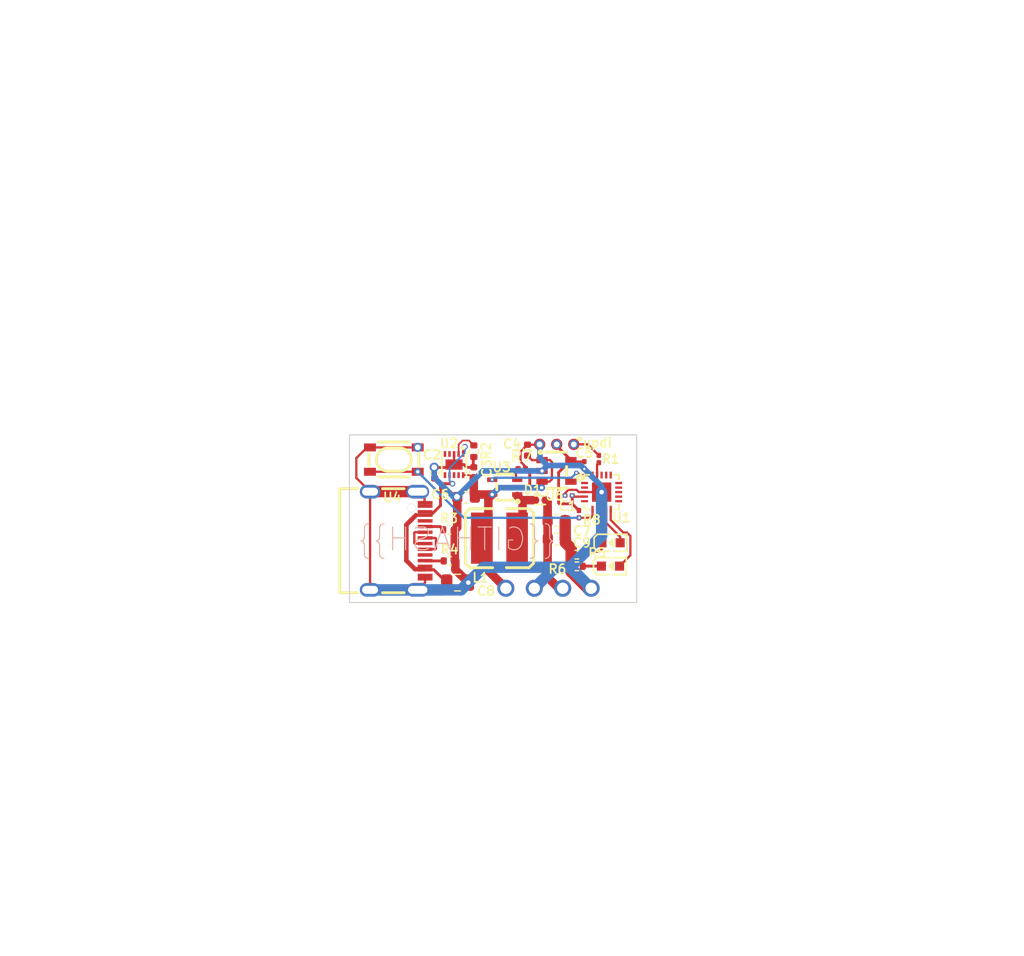
<source format=kicad_pcb>
(kicad_pcb (version 20240108) (generator "pcbnew") (generator_version "8.0")
  (layers (0 "F.Cu" signal) (31 "B.Cu" signal) (34 "B.Paste" user) (35 "F.Paste" user) (36 "B.SilkS" user "B.Silkscreen") (37 "F.SilkS" user "F.Silkscreen") (38 "B.Mask" user) (39 "F.Mask" user) (44 "Edge.Cuts" user))
  (net 0 "")
  (net 1 "nc")
  (net 2 "rsn")
  (net 3 "chg")
  (net 4 "bms.ic-vcc")
  (net 5 "iset")
  (net 6 "preterm")
  (net 7 "vcc-1")
  (net 8 "ts")
  (net 9 "pg")
  (net 10 "dp")
  (net 11 "cc2")
  (net 12 "dm")
  (net 13 "sub1")
  (net 14 "sub2")
  (net 15 "cc1")
  (net 16 "vcc")
  (net 17 "sw")
  (net 18 "fb")
  (net 19 "ctrl")
  (net 20 "pa0_reset_updi")
  (net 21 "updi")
  (net 22 "pc2")
  (net 23 "pa6")
  (net 24 "uc.ic-vcc")
  (net 25 "pc3")
  (net 26 "pb3_tosc1")
  (net 27 "pc0")
  (net 28 "pa2")
  (net 29 "pb1")
  (net 30 "pa4")
  (net 31 "pb2_tsoc2")
  (net 32 "pb0")
  (net 33 "pa7")
  (net 34 "pa3_extclk")
  (net 35 "pc1")
  (net 36 "in")
  (net 37 "charge_led.resistor-cathode")
  (net 38 "full_led.resistor-cathode")
  (net 39 "gnd")
  (net 40 "uc.ic-vcc-2")
  (net 41 "uc.ic-vcc-1")
  (footprint "lib:IND-SMD_L4.5-W4.0" (layer "F.Cu") (at 182.44 120.34)
    (property "Reference" "L1" (at -1.67 3.48 0) (layer "F.SilkS") (effects (font (size 0.8 0.8))))
    (property "Value" "?")
    (fp_line (start -3 -2.2) (end -2.6 -2.6) (stroke (width 0.25)) (layer "F.SilkS"))
    (fp_line (start -3 2.2) (end -3 -2.2) (stroke (width 0.25)) (layer "F.SilkS"))
    (fp_line (start -2.6 -2.6) (end -0.6 -2.6) (stroke (width 0.25)) (layer "F.SilkS"))
    (fp_line (start -2.6 2.6) (end -3 2.2) (stroke (width 0.25)) (layer "F.SilkS"))
    (fp_line (start -0.6 2.6) (end -2.6 2.6) (stroke (width 0.25)) (layer "F.SilkS"))
    (fp_line (start 0.6 -2.6) (end 2.6 -2.6) (stroke (width 0.25)) (layer "F.SilkS"))
    (fp_line (start 2.6 -2.6) (end 3 -2.2) (stroke (width 0.25)) (layer "F.SilkS"))
    (fp_line (start 2.6 2.6) (end 0.6 2.6) (stroke (width 0.25)) (layer "F.SilkS"))
    (fp_line (start 3 -2.2) (end 3 2.2) (stroke (width 0.25)) (layer "F.SilkS"))
    (fp_line (start 3 2.2) (end 2.6 2.6) (stroke (width 0.25)) (layer "F.SilkS"))
    (pad "1" smd rect (at -1.55 0) (size 1.9 4.5) (layers "F.Cu" "F.Paste" "F.Mask") (net 7 "vcc-1"))
    (pad "2" smd rect (at 1.55 0) (size 1.9 4.5) (layers "F.Cu" "F.Paste" "F.Mask") (net 17 "sw"))
  )
  (footprint "lib:USB-C-SMD_KH-TYPE-C-16P" (layer "F.Cu") (at 173.48 120.57 -90)
    (property "Reference" "U4" (at -3.82 0.48 0) (layer "F.SilkS") (effects (font (size 0.8 0.8))))
    (property "Value" "?")
    (fp_line (start -4.58 5.08) (end 4.57 5.08) (stroke (width 0.25)) (layer "F.SilkS"))
    (fp_line (start 4.57 5.08) (end 4.57 3.51) (stroke (width 0.25)) (layer "F.SilkS"))
    (fp_line (start -4.58 3.51) (end -4.58 5.08) (stroke (width 0.25)) (layer "F.SilkS"))
    (fp_line (start 4.57 1.32) (end 4.57 -0.57) (stroke (width 0.25)) (layer "F.SilkS"))
    (fp_line (start -4.58 -0.57) (end -4.58 1.32) (stroke (width 0.25)) (layer "F.SilkS"))
    (pad "" thru_hole circle (at -2.89 -1.23 270) (size 0.7 0.7) (drill 0.7) (layers "*.Cu" "*.Mask"))
    (pad "" thru_hole circle (at -2.89 -1.23 270) (size 0.7 0.7) (drill 0.7) (layers "*.Cu" "*.Mask"))
    (pad "1" thru_hole oval (at -4.32 -1.77 270) (size 1.2 2) (drill oval 0.700024 1.699997) (layers "*.Cu" "*.Mask") (net 39 "gnd"))
    (pad "2" thru_hole oval (at 4.32 -1.77 270) (size 1.2 2) (drill oval 0.700024 1.699997) (layers "*.Cu" "*.Mask") (net 39 "gnd"))
    (pad "3" thru_hole oval (at -4.32 2.42 270) (size 1.2 1.8) (drill oval 0.700024 1.399997) (layers "*.Cu" "*.Mask") (net 39 "gnd"))
    (pad "4" thru_hole oval (at 4.32 2.42 270) (size 1.2 1.8) (drill oval 0.700024 1.399997) (layers "*.Cu" "*.Mask") (net 39 "gnd"))
    (pad "A1" smd rect (at -3.35 -2.42 270) (size 0.3 1.3) (layers "F.Cu" "F.Paste" "F.Mask") (net 39 "gnd"))
    (pad "A4" smd rect (at -2.55 -2.42 270) (size 0.3 1.3) (layers "F.Cu" "F.Paste" "F.Mask") (net 4 "bms.ic-vcc"))
    (pad "A5" smd rect (at -1.25 -2.42 270) (size 0.3 1.3) (layers "F.Cu" "F.Paste" "F.Mask") (net 15 "cc1"))
    (pad "A6" smd rect (at -0.25 -2.42 270) (size 0.3 1.3) (layers "F.Cu" "F.Paste" "F.Mask") (net 10 "dp"))
    (pad "A7" smd rect (at 0.25 -2.42 270) (size 0.3 1.3) (layers "F.Cu" "F.Paste" "F.Mask") (net 12 "dm"))
    (pad "A8" smd rect (at 1.25 -2.42 270) (size 0.3 1.3) (layers "F.Cu" "F.Paste" "F.Mask") (net 13 "sub1"))
    (pad "A9" smd rect (at 2.55 -2.41 270) (size 0.3 1.3) (layers "F.Cu" "F.Paste" "F.Mask") (net 4 "bms.ic-vcc"))
    (pad "A12" smd rect (at 3.35 -2.42 270) (size 0.3 1.3) (layers "F.Cu" "F.Paste" "F.Mask") (net 39 "gnd"))
    (pad "B1" smd rect (at 3.05 -2.42 270) (size 0.3 1.3) (layers "F.Cu" "F.Paste" "F.Mask") (net 39 "gnd"))
    (pad "B4" smd rect (at 2.25 -2.41 270) (size 0.3 1.3) (layers "F.Cu" "F.Paste" "F.Mask") (net 4 "bms.ic-vcc"))
    (pad "B5" smd rect (at 1.75 -2.42 270) (size 0.3 1.3) (layers "F.Cu" "F.Paste" "F.Mask") (net 11 "cc2"))
    (pad "B6" smd rect (at 0.75 -2.42 270) (size 0.3 1.3) (layers "F.Cu" "F.Paste" "F.Mask") (net 10 "dp"))
    (pad "B7" smd rect (at -0.75 -2.42 270) (size 0.3 1.3) (layers "F.Cu" "F.Paste" "F.Mask") (net 12 "dm"))
    (pad "B8" smd rect (at -1.75 -2.42 270) (size 0.3 1.3) (layers "F.Cu" "F.Paste" "F.Mask") (net 14 "sub2"))
    (pad "B9" smd rect (at -2.25 -2.42 270) (size 0.3 1.3) (layers "F.Cu" "F.Paste" "F.Mask") (net 4 "bms.ic-vcc"))
    (pad "B12" smd rect (at -3.05 -2.42 270) (size 0.3 1.3) (layers "F.Cu" "F.Paste" "F.Mask") (net 39 "gnd"))
  )
  (footprint "lib:R0201" (layer "F.Cu") (at 189.425 118.23 90)
    (property "Reference" "R8" (at -0.495 1.125 180) (layer "F.SilkS") (effects (font (size 0.8 0.8))))
    (property "Value" "50mW Thick Film Resistors 25V ±1% ±200ppm/℃ 10kΩ 0201  Chip Resistor - Surface Mount ROHS")
    (pad "1" smd roundrect (at -0.32 0 90) (size 0.46 0.4) (layers "F.Cu" "F.Mask") (net 36 "in"))
    (pad "2" smd roundrect (at 0.32 0 90) (size 0.46 0.4) (layers "F.Cu" "F.Mask") (net 24 "uc.ic-vcc"))
  )
  (footprint "lib:LED0603-RD" (layer "F.Cu") (at 192.25 120.75)
    (property "Reference" "LED1" (hide yes))
    (property "Value" "?")
    (fp_line (start -1.49 -0.45) (end -1.19 -0.75) (stroke (width 0.15)) (layer "F.SilkS"))
    (fp_line (start -1.49 -0.35) (end -1.49 -0.45) (stroke (width 0.15)) (layer "F.SilkS"))
    (fp_line (start -1.49 -0.35) (end -1.49 0.35) (stroke (width 0.15)) (layer "F.SilkS"))
    (fp_line (start -1.49 0.35) (end -1.49 0.45) (stroke (width 0.15)) (layer "F.SilkS"))
    (fp_line (start -1.49 0.45) (end -1.19 0.75) (stroke (width 0.15)) (layer "F.SilkS"))
    (fp_line (start -0.14 -0.75) (end -1.19 -0.75) (stroke (width 0.15)) (layer "F.SilkS"))
    (fp_line (start -0.14 0.75) (end -1.19 0.75) (stroke (width 0.15)) (layer "F.SilkS"))
    (fp_line (start 0.21 0.33) (end -0.12 0) (stroke (width 0.15)) (layer "F.SilkS"))
    (fp_line (start 0.22 -0.35) (end 0.22 -0.34) (stroke (width 0.15)) (layer "F.SilkS"))
    (fp_line (start 0.22 -0.35) (end 0.22 0.33) (stroke (width 0.15)) (layer "F.SilkS"))
    (fp_line (start 0.22 -0.34) (end -0.12 0) (stroke (width 0.15)) (layer "F.SilkS"))
    (fp_line (start 0.22 0) (end -0.12 0) (stroke (width 0.15)) (layer "F.SilkS"))
    (fp_line (start 0.22 0.33) (end 0.21 0.33) (stroke (width 0.15)) (layer "F.SilkS"))
    (fp_line (start 0.24 -0.75) (end 1.39 -0.75) (stroke (width 0.15)) (layer "F.SilkS"))
    (fp_line (start 0.24 0.75) (end 1.39 0.75) (stroke (width 0.15)) (layer "F.SilkS"))
    (fp_line (start 1.39 -0.75) (end 1.39 0.73) (stroke (width 0.15)) (layer "F.SilkS"))
    (pad "1" smd rect (at -0.8 0 90) (size 0.8 0.8) (layers "F.Cu" "F.Paste" "F.Mask") (net 37 "charge_led.resistor-cathode"))
    (pad "2" smd rect (at 0.8 0 90) (size 0.8 0.8) (layers "F.Cu" "F.Paste" "F.Mask") (net 41 "uc.ic-vcc-1"))
  )
  (footprint "lib:R0201" (layer "F.Cu") (at 184.4 114.2)
    (property "Reference" "R7" (at 0 -1.05 0) (layer "F.SilkS"))
    (property "Value" "100mW 300mΩ Current Sensing Resistors ±50ppm/℃ ±1% 0201 Current Sense Resistors / Shunt Resistors ROHS")
    (pad "1" smd roundrect (at -0.32 0) (size 0.46 0.4) (layers "F.Cu" "F.Mask") (net 18 "fb"))
    (pad "2" smd roundrect (at 0.32 0) (size 0.46 0.4) (layers "F.Cu" "F.Mask") (net 39 "gnd"))
  )
  (footprint "lib:C0402" (layer "F.Cu") (at 184.9 112.6 90)
    (property "Reference" "C4" (at 0.54 -1.36 0) (layer "F.SilkS") (effects (font (size 0.8 0.8))))
    (property "Value" "25V 1uF X5R ±10% 0402 Multilayer Ceramic Capacitors MLCC - SMD/SMT ROHS")
    (fp_line (start -0.107836 -0.36) (end 0.107836 -0.36) (stroke (width 0.12)) (layer "F.SilkS"))
    (fp_line (start -0.107836 0.36) (end 0.107836 0.36) (stroke (width 0.12)) (layer "F.SilkS"))
    (pad "1" smd roundrect (at -0.48 0 90) (size 0.56 0.62) (layers "F.Cu" "F.Paste" "F.Mask") (net 7 "vcc-1"))
    (pad "2" smd roundrect (at 0.48 0 90) (size 0.56 0.62) (layers "F.Cu" "F.Paste" "F.Mask") (net 39 "gnd"))
  )
  (footprint "lib:C0201" (layer "F.Cu") (at 188.515 116.59 180)
    (property "Reference" "C1" (at 0.09 -0.935 0) (layer "F.SilkS") (effects (font (size 0.8 0.8))))
    (property "Value" "10V 100nF X5R ±10% 0201 Multilayer Ceramic Capacitors MLCC - SMD/SMT ROHS")
    (pad "1" smd roundrect (at -0.32 0 180) (size 0.46 0.4) (layers "F.Cu" "F.Mask") (net 24 "uc.ic-vcc"))
    (pad "2" smd roundrect (at 0.32 0 180) (size 0.46 0.4) (layers "F.Cu" "F.Mask") (net 39 "gnd"))
  )
  (footprint "lib:R0402" (layer "F.Cu") (at 178 119.6)
    (property "Reference" "R3" (at 0 -0.997949 0) (layer "F.SilkS") (effects (font (size 0.8 0.8))))
    (property "Value" "62.5mW Thick Film Resistors 50V ±100ppm/℃ ±1% 4.7kΩ 0402 Chip Resistor - Surface Mount ROHS")
    (fp_line (start -0.153641 -0.38) (end 0.153641 -0.38) (stroke (width 0.12)) (layer "F.SilkS"))
    (fp_line (start -0.153641 0.38) (end 0.153641 0.38) (stroke (width 0.12)) (layer "F.SilkS"))
    (pad "1" smd roundrect (at -0.51 0) (size 0.54 0.64) (layers "F.Cu" "F.Paste" "F.Mask") (net 15 "cc1"))
    (pad "2" smd roundrect (at 0.51 0) (size 0.54 0.64) (layers "F.Cu" "F.Paste" "F.Mask") (net 39 "gnd"))
  )
  (footprint "lib:KEY-SMD_4P-L4.2-W3.2-P2.20-LS4.6" (layer "F.Cu") (at 173.15 113.43 180)
    (property "Reference" "U5" (hide yes))
    (property "Value" "?")
    (fp_line (start 2.2 -0.54) (end 2.2 0.54) (stroke (width 0.25)) (layer "F.SilkS"))
    (fp_line (start 1.37 -1.52) (end -1.37 -1.52) (stroke (width 0.25)) (layer "F.SilkS"))
    (fp_line (start -0.51 1.02) (end 0.51 1.02) (stroke (width 0.25)) (layer "F.SilkS"))
    (fp_line (start -0.51 -1.02) (end 0.51 -1.02) (stroke (width 0.25)) (layer "F.SilkS"))
    (fp_line (start -1.38 1.55) (end 1.38 1.55) (stroke (width 0.25)) (layer "F.SilkS"))
    (fp_line (start -2.2 -0.54) (end -2.2 0.54) (stroke (width 0.25)) (layer "F.SilkS"))
    (fp_arc (start 0.51 -1.02) (mid 1.53 0) (end 0.51 1.02) (stroke (width 0.25)) (layer "F.SilkS"))
    (fp_arc (start -0.51 1.02) (mid -1.53 0) (end -0.51 -1.02) (stroke (width 0.25)) (layer "F.SilkS"))
    (pad "1" smd rect (at -2.1 -1.07 180) (size 1.05 0.7) (layers "F.Cu" "F.Paste" "F.Mask") (net 36 "in"))
    (pad "2" smd rect (at 2.1 -1.07 180) (size 1.05 0.7) (layers "F.Cu" "F.Paste" "F.Mask") (net 36 "in"))
    (pad "3" smd rect (at -2.1 1.07 180) (size 1.05 0.7) (layers "F.Cu" "F.Paste" "F.Mask") (net 39 "gnd"))
    (pad "4" smd rect (at 2.1 1.07 180) (size 1.05 0.7) (layers "F.Cu" "F.Paste" "F.Mask") (net 39 "gnd"))
  )
  (footprint "lib:WSON-10_L2.0-W2.0-P0.40-BL-EP" (layer "F.Cu") (at 178.444499 113.865501 180)
    (property "Reference" "U2" (at 0.444499 1.865501 0) (layer "F.SilkS") (effects (font (size 0.8 0.8))))
    (property "Value" "?")
    (fp_line (start 1.08 -1.08) (end 1.08 1.08) (stroke (width 0.15)) (layer "F.SilkS"))
    (fp_line (start -1.08 1.08) (end -1.08 -1.08) (stroke (width 0.15)) (layer "F.SilkS"))
    (fp_circle (center -0.8 1.48) (end -0.7 1.48) (stroke (width 0.2)) (fill none) (layer "F.SilkS"))
    (pad "1" smd rect (at -0.8 0.93 180) (size 0.22 0.51) (layers "F.Cu" "F.Paste" "F.Mask") (net 4 "bms.ic-vcc"))
    (pad "2" smd rect (at -0.4 0.93 180) (size 0.22 0.51) (layers "F.Cu" "F.Paste" "F.Mask") (net 5 "iset"))
    (pad "3" smd rect (at 0 0.93 180) (size 0.22 0.51) (layers "F.Cu" "F.Paste" "F.Mask") (net 39 "gnd"))
    (pad "4" smd rect (at 0.4 0.93 180) (size 0.22 0.51) (layers "F.Cu" "F.Paste" "F.Mask") (net 6 "preterm"))
    (pad "5" smd rect (at 0.8 0.93 180) (size 0.22 0.51) (layers "F.Cu" "F.Paste" "F.Mask") (net 9 "pg"))
    (pad "6" smd rect (at 0.8 -0.93 180) (size 0.22 0.51) (layers "F.Cu" "F.Paste" "F.Mask") (net 1 "nc"))
    (pad "7" smd rect (at 0.4 -0.93 180) (size 0.22 0.51) (layers "F.Cu" "F.Paste" "F.Mask") (net 4 "bms.ic-vcc"))
    (pad "8" smd rect (at 0 -0.93 180) (size 0.22 0.51) (layers "F.Cu" "F.Paste" "F.Mask") (net 3 "chg"))
    (pad "9" smd rect (at -0.4 -0.93 180) (size 0.22 0.51) (layers "F.Cu" "F.Paste" "F.Mask") (net 8 "ts"))
    (pad "10" smd rect (at -0.8 -0.93 180) (size 0.22 0.51) (layers "F.Cu" "F.Paste" "F.Mask") (net 7 "vcc-1"))
    (pad "11" smd rect (at 0 0 180) (size 1.5 0.9) (layers "F.Cu" "F.Paste" "F.Mask") (net 39 "gnd"))
  )
  (footprint "lib:LED0603-RD" (layer "F.Cu") (at 192.2 122.8)
    (property "Reference" "LED2" (hide yes))
    (property "Value" "?")
    (fp_line (start -1.49 -0.45) (end -1.19 -0.75) (stroke (width 0.15)) (layer "F.SilkS"))
    (fp_line (start -1.49 -0.35) (end -1.49 -0.45) (stroke (width 0.15)) (layer "F.SilkS"))
    (fp_line (start -1.49 -0.35) (end -1.49 0.35) (stroke (width 0.15)) (layer "F.SilkS"))
    (fp_line (start -1.49 0.35) (end -1.49 0.45) (stroke (width 0.15)) (layer "F.SilkS"))
    (fp_line (start -1.49 0.45) (end -1.19 0.75) (stroke (width 0.15)) (layer "F.SilkS"))
    (fp_line (start -0.14 -0.75) (end -1.19 -0.75) (stroke (width 0.15)) (layer "F.SilkS"))
    (fp_line (start -0.14 0.75) (end -1.19 0.75) (stroke (width 0.15)) (layer "F.SilkS"))
    (fp_line (start 0.21 0.33) (end -0.12 0) (stroke (width 0.15)) (layer "F.SilkS"))
    (fp_line (start 0.22 -0.35) (end 0.22 -0.34) (stroke (width 0.15)) (layer "F.SilkS"))
    (fp_line (start 0.22 -0.35) (end 0.22 0.33) (stroke (width 0.15)) (layer "F.SilkS"))
    (fp_line (start 0.22 -0.34) (end -0.12 0) (stroke (width 0.15)) (layer "F.SilkS"))
    (fp_line (start 0.22 0) (end -0.12 0) (stroke (width 0.15)) (layer "F.SilkS"))
    (fp_line (start 0.22 0.33) (end 0.21 0.33) (stroke (width 0.15)) (layer "F.SilkS"))
    (fp_line (start 0.24 -0.75) (end 1.39 -0.75) (stroke (width 0.15)) (layer "F.SilkS"))
    (fp_line (start 0.24 0.75) (end 1.39 0.75) (stroke (width 0.15)) (layer "F.SilkS"))
    (fp_line (start 1.39 -0.75) (end 1.39 0.73) (stroke (width 0.15)) (layer "F.SilkS"))
    (pad "1" smd rect (at -0.8 0 90) (size 0.8 0.8) (layers "F.Cu" "F.Paste" "F.Mask") (net 38 "full_led.resistor-cathode"))
    (pad "2" smd rect (at 0.8 0 90) (size 0.8 0.8) (layers "F.Cu" "F.Paste" "F.Mask") (net 40 "uc.ic-vcc-2"))
  )
  (footprint "lib:SOD-923_L0.8-W0.6-LS1.0-RD-1" (layer "F.Cu") (at 186 117 180)
    (property "Reference" "D1" (at 0.65 0.9 0) (layer "F.SilkS") (effects (font (size 0.8 0.8))))
    (property "Value" "?")
    (fp_line (start -0.48 0.38) (end 0.47 0.38) (stroke (width 0.15)) (layer "F.SilkS"))
    (fp_line (start -0.48 -0.38) (end 0.47 -0.38) (stroke (width 0.15)) (layer "F.SilkS"))
    (pad "1" smd rect (at -0.44 0) (size 0.4 0.4) (layers "F.Cu" "F.Paste" "F.Mask") (net 16 "vcc"))
    (pad "2" smd rect (at 0.44 0) (size 0.4 0.4) (layers "F.Cu" "F.Paste" "F.Mask") (net 17 "sw"))
  )
  (footprint "lib:SOT-23-5_L3.0-W1.7-P0.95-LS2.8-TL" (layer "F.Cu") (at 187.45 114.425)
    (property "Reference" "U6" (at -0.175 2.175 0) (layer "F.SilkS") (effects (font (size 0.8 0.8))))
    (property "Value" "?")
    (fp_line (start 0.89 -1.65) (end -0.91 -1.65) (stroke (width 0.25)) (layer "F.SilkS"))
    (fp_line (start 0.89 -0.38) (end 0.89 0.42) (stroke (width 0.25)) (layer "F.SilkS"))
    (fp_line (start 0.97 1.53) (end -0.83 1.53) (stroke (width 0.25)) (layer "F.SilkS"))
    (fp_circle (center -1.4 -1.65) (end -1.27 -1.65) (stroke (width 0.25)) (fill none) (layer "F.SilkS"))
    (pad "1" smd rect (at -1.27 -0.95 270) (size 0.55 1) (layers "F.Cu" "F.Paste" "F.Mask") (net 7 "vcc-1"))
    (pad "2" smd rect (at -1.27 0 270) (size 0.55 1) (layers "F.Cu" "F.Paste" "F.Mask") (net 39 "gnd"))
    (pad "3" smd rect (at -1.27 0.95 270) (size 0.55 1) (layers "F.Cu" "F.Paste" "F.Mask") (net 7 "vcc-1"))
    (pad "4" smd rect (at 1.27 0.95 270) (size 0.55 1) (layers "F.Cu" "F.Paste" "F.Mask") (net 2 "rsn"))
    (pad "5" smd rect (at 1.27 -0.95 270) (size 0.55 1) (layers "F.Cu" "F.Paste" "F.Mask") (net 24 "uc.ic-vcc"))
  )
  (footprint "lib:R0402" (layer "F.Cu") (at 180.181158 112.691158 -90)
    (property "Reference" "R2" (at -0.031158 -1.088842 90) (layer "F.SilkS") (effects (font (size 0.8 0.8))))
    (property "Value" "62.5mW Thick Film Resistors 50V ±100ppm/℃ ±1% 576Ω 0402  Chip Resistor - Surface Mount ROHS")
    (fp_line (start -0.153641 0.38) (end 0.153641 0.38) (stroke (width 0.12)) (layer "F.SilkS"))
    (fp_line (start -0.153641 -0.38) (end 0.153641 -0.38) (stroke (width 0.12)) (layer "F.SilkS"))
    (pad "1" smd roundrect (at -0.51 0 270) (size 0.54 0.64) (layers "F.Cu" "F.Paste" "F.Mask") (net 5 "iset"))
    (pad "2" smd roundrect (at 0.51 0 270) (size 0.54 0.64) (layers "F.Cu" "F.Paste" "F.Mask") (net 39 "gnd"))
  )
  (footprint "lib:QFN-20_L3.0-W3.0-P0.40-TL-EP1.7" (layer "F.Cu") (at 191.42 116.29)
    (property "Reference" "U1" (at 1.75 2.25 0) (layer "F.SilkS") (effects (font (size 0.8 0.8))))
    (property "Value" "?")
    (fp_line (start -1.52 -1.52) (end -1.09 -1.52) (stroke (width 0.15)) (layer "F.SilkS"))
    (fp_line (start -1.52 -1.09) (end -1.52 -1.52) (stroke (width 0.15)) (layer "F.SilkS"))
    (fp_line (start -1.52 -1.09) (end -1.52 -1.14) (stroke (width 0.15)) (layer "F.SilkS"))
    (fp_line (start -1.52 1.53) (end -1.52 1.09) (stroke (width 0.15)) (layer "F.SilkS"))
    (fp_line (start -1.09 1.53) (end -1.52 1.53) (stroke (width 0.15)) (layer "F.SilkS"))
    (fp_line (start 1.09 -1.52) (end 1.52 -1.52) (stroke (width 0.15)) (layer "F.SilkS"))
    (fp_line (start 1.52 -1.52) (end 1.52 -1.09) (stroke (width 0.15)) (layer "F.SilkS"))
    (fp_line (start 1.52 1.09) (end 1.52 1.53) (stroke (width 0.15)) (layer "F.SilkS"))
    (fp_line (start 1.52 1.53) (end 1.09 1.53) (stroke (width 0.15)) (layer "F.SilkS"))
    (fp_circle (center -1.9 -1.27) (end -1.8 -1.27) (stroke (width 0.25)) (fill none) (layer "F.SilkS"))
    (pad "1" smd rect (at -1.5 -0.8) (size 0.6 0.2) (layers "F.Cu" "F.Paste" "F.Mask") (net 28 "pa2"))
    (pad "2" smd rect (at -1.5 -0.4) (size 0.6 0.2) (layers "F.Cu" "F.Paste" "F.Mask") (net 34 "pa3_extclk"))
    (pad "3" smd rect (at -1.5 0) (size 0.6 0.2) (layers "F.Cu" "F.Paste" "F.Mask") (net 39 "gnd"))
    (pad "4" smd rect (at -1.5 0.4) (size 0.6 0.2) (layers "F.Cu" "F.Paste" "F.Mask") (net 24 "uc.ic-vcc"))
    (pad "5" smd rect (at -1.5 0.8) (size 0.6 0.2) (layers "F.Cu" "F.Paste" "F.Mask") (net 30 "pa4"))
    (pad "6" smd rect (at -0.8 1.5) (size 0.2 0.6) (layers "F.Cu" "F.Paste" "F.Mask") (net 36 "in"))
    (pad "7" smd rect (at -0.4 1.5) (size 0.2 0.6) (layers "F.Cu" "F.Paste" "F.Mask") (net 23 "pa6"))
    (pad "8" smd rect (at 0 1.5) (size 0.2 0.6) (layers "F.Cu" "F.Paste" "F.Mask") (net 33 "pa7"))
    (pad "9" smd rect (at 0.4 1.5) (size 0.2 0.6) (layers "F.Cu" "F.Paste" "F.Mask") (net 41 "uc.ic-vcc-1"))
    (pad "10" smd rect (at 0.8 1.5) (size 0.2 0.6) (layers "F.Cu" "F.Paste" "F.Mask") (net 40 "uc.ic-vcc-2"))
    (pad "11" smd rect (at 1.5 0.8) (size 0.6 0.2) (layers "F.Cu" "F.Paste" "F.Mask") (net 26 "pb3_tosc1"))
    (pad "12" smd rect (at 1.5 0.4) (size 0.6 0.2) (layers "F.Cu" "F.Paste" "F.Mask") (net 31 "pb2_tsoc2"))
    (pad "13" smd rect (at 1.5 0) (size 0.6 0.2) (layers "F.Cu" "F.Paste" "F.Mask") (net 29 "pb1"))
    (pad "14" smd rect (at 1.5 -0.4) (size 0.6 0.2) (layers "F.Cu" "F.Paste" "F.Mask") (net 32 "pb0"))
    (pad "15" smd rect (at 1.5 -0.8) (size 0.6 0.2) (layers "F.Cu" "F.Paste" "F.Mask") (net 27 "pc0"))
    (pad "16" smd rect (at 0.8 -1.5) (size 0.2 0.6) (layers "F.Cu" "F.Paste" "F.Mask") (net 35 "pc1"))
    (pad "17" smd rect (at 0.4 -1.5) (size 0.2 0.6) (layers "F.Cu" "F.Paste" "F.Mask") (net 22 "pc2"))
    (pad "18" smd rect (at 0 -1.5) (size 0.2 0.6) (layers "F.Cu" "F.Paste" "F.Mask") (net 25 "pc3"))
    (pad "19" smd rect (at -0.4 -1.5) (size 0.2 0.6) (layers "F.Cu" "F.Paste" "F.Mask") (net 20 "pa0_reset_updi"))
    (pad "20" smd rect (at -0.8 -1.5) (size 0.2 0.6) (layers "F.Cu" "F.Paste" "F.Mask") (net 19 "ctrl"))
    (pad "21" smd rect (at 0 0 180) (size 1.7 1.7) (layers "F.Cu" "F.Paste" "F.Mask") (net 39 "gnd"))
  )
  (footprint "lib:C0402" (layer "F.Cu") (at 176.742877 114.602671 90)
    (property "Reference" "C2" (at 1.602671 -0.242877 180) (layer "F.SilkS") (effects (font (size 0.8 0.8))))
    (property "Value" "25V 1uF X5R ±10% 0402 Multilayer Ceramic Capacitors MLCC - SMD/SMT ROHS")
    (fp_line (start -0.107836 -0.36) (end 0.107836 -0.36) (stroke (width 0.12)) (layer "F.SilkS"))
    (fp_line (start -0.107836 0.36) (end 0.107836 0.36) (stroke (width 0.12)) (layer "F.SilkS"))
    (pad "1" smd roundrect (at -0.48 0 90) (size 0.56 0.62) (layers "F.Cu" "F.Paste" "F.Mask") (net 4 "bms.ic-vcc"))
    (pad "2" smd roundrect (at 0.48 0 90) (size 0.56 0.62) (layers "F.Cu" "F.Paste" "F.Mask") (net 39 "gnd"))
  )
  (footprint "lib:SC-70-5_L2.1-W1.3-P0.65-LS2.1-BR" (layer "F.Cu") (at 182.9 115.85)
    (property "Reference" "U3" (at -0.27 -1.75 0) (layer "F.SilkS") (effects (font (size 0.8 0.8))))
    (property "Value" "?")
    (fp_line (start -0.7 -1.15) (end 0.7 -1.15) (stroke (width 0.25)) (layer "F.SilkS"))
    (fp_line (start -0.7 -1.06) (end -0.7 -1.15) (stroke (width 0.25)) (layer "F.SilkS"))
    (fp_line (start -0.7 0.24) (end -0.7 -0.25) (stroke (width 0.25)) (layer "F.SilkS"))
    (fp_line (start -0.7 1.15) (end -0.7 1.05) (stroke (width 0.25)) (layer "F.SilkS"))
    (fp_line (start -0.7 1.15) (end 0.7 1.15) (stroke (width 0.25)) (layer "F.SilkS"))
    (fp_line (start 0.7 -1.06) (end 0.7 -1.15) (stroke (width 0.25)) (layer "F.SilkS"))
    (fp_line (start 0.7 1.15) (end 0.7 1.05) (stroke (width 0.25)) (layer "F.SilkS"))
    (fp_circle (center 1.14 1.27) (end 1.27 1.27) (stroke (width 0.25)) (fill none) (layer "F.SilkS"))
    (pad "1" smd rect (at 1.1 0.65 90) (size 0.4 0.9) (layers "F.Cu" "F.Paste" "F.Mask") (net 17 "sw"))
    (pad "2" smd rect (at 1.1 0 90) (size 0.4 0.9) (layers "F.Cu" "F.Paste" "F.Mask") (net 39 "gnd"))
    (pad "3" smd rect (at 1.1 -0.65 90) (size 0.4 0.9) (layers "F.Cu" "F.Paste" "F.Mask") (net 18 "fb"))
    (pad "4" smd rect (at -1.1 -0.65 90) (size 0.4 0.9) (layers "F.Cu" "F.Paste" "F.Mask") (net 19 "ctrl"))
    (pad "5" smd rect (at -1.1 0.65 90) (size 0.4 0.9) (layers "F.Cu" "F.Paste" "F.Mask") (net 7 "vcc-1"))
  )
  (footprint "lib:C0201" (layer "F.Cu") (at 189.9 113.925 -90)
    (property "Reference" "C5" (at -1.075 0 180) (layer "F.SilkS") (effects (font (size 0.8 0.8))))
    (property "Value" "10V 1uF X5R ±20% 0201  Multilayer Ceramic Capacitors MLCC - SMD/SMT ROHS")
    (pad "1" smd roundrect (at -0.32 0 270) (size 0.46 0.4) (layers "F.Cu" "F.Mask") (net 24 "uc.ic-vcc"))
    (pad "2" smd roundrect (at 0.32 0 270) (size 0.46 0.4) (layers "F.Cu" "F.Mask") (net 39 "gnd"))
  )
  (footprint "lib:R0402" (layer "F.Cu") (at 178.04957 122.343595)
    (property "Reference" "R4" (at 0 -0.998595 0) (layer "F.SilkS") (effects (font (size 0.8 0.8))))
    (property "Value" "62.5mW Thick Film Resistors 50V ±100ppm/℃ ±1% 4.7kΩ 0402 Chip Resistor - Surface Mount ROHS")
    (fp_line (start -0.153641 -0.38) (end 0.153641 -0.38) (stroke (width 0.12)) (layer "F.SilkS"))
    (fp_line (start -0.153641 0.38) (end 0.153641 0.38) (stroke (width 0.12)) (layer "F.SilkS"))
    (pad "1" smd roundrect (at -0.51 0) (size 0.54 0.64) (layers "F.Cu" "F.Paste" "F.Mask") (net 11 "cc2"))
    (pad "2" smd roundrect (at 0.51 0) (size 0.54 0.64) (layers "F.Cu" "F.Paste" "F.Mask") (net 39 "gnd"))
  )
  (footprint "lib:C0402" (layer "F.Cu") (at 180.175948 114.583321 90)
    (property "Reference" "C3" (at 0.393321 1.144052 -90) (layer "F.SilkS") (effects (font (size 0.8 0.8))))
    (property "Value" "25V 1uF X5R ±10% 0402 Multilayer Ceramic Capacitors MLCC - SMD/SMT ROHS")
    (fp_line (start -0.107836 -0.36) (end 0.107836 -0.36) (stroke (width 0.12)) (layer "F.SilkS"))
    (fp_line (start -0.107836 0.36) (end 0.107836 0.36) (stroke (width 0.12)) (layer "F.SilkS"))
    (pad "1" smd roundrect (at -0.48 0 90) (size 0.56 0.62) (layers "F.Cu" "F.Paste" "F.Mask") (net 7 "vcc-1"))
    (pad "2" smd roundrect (at 0.48 0 90) (size 0.56 0.62) (layers "F.Cu" "F.Paste" "F.Mask") (net 39 "gnd"))
  )
  (footprint "lib:C0603" (layer "F.Cu") (at 179.5 116.75 180)
    (property "Reference" "C6" (at 2.25 0.25 0) (layer "F.SilkS") (effects (font (size 0.8 0.8))))
    (property "Value" "16V 4.7uF X5R ±10% 0603 Multilayer Ceramic Capacitors MLCC - SMD/SMT ROHS")
    (fp_line (start -0.14058 0.51) (end 0.14058 0.51) (stroke (width 0.12)) (layer "F.SilkS"))
    (fp_line (start -0.14058 -0.51) (end 0.14058 -0.51) (stroke (width 0.12)) (layer "F.SilkS"))
    (pad "1" smd roundrect (at -0.775 0 180) (size 0.9 0.95) (layers "F.Cu" "F.Paste" "F.Mask") (net 7 "vcc-1"))
    (pad "2" smd roundrect (at 0.775 0 180) (size 0.9 0.95) (layers "F.Cu" "F.Paste" "F.Mask") (net 39 "gnd"))
  )
  (footprint "lib:C0805" (layer "F.Cu") (at 178.75 124.25)
    (property "Reference" "C8" (at 2.5 0.75 0) (layer "F.SilkS") (effects (font (size 0.8 0.8))))
    (property "Value" "25V 10uF X5R ±10% 0805 Multilayer Ceramic Capacitors MLCC - SMD/SMT ROHS")
    (fp_line (start -0.261252 -0.735) (end 0.261252 -0.735) (stroke (width 0.12)) (layer "F.SilkS"))
    (fp_line (start -0.261252 0.735) (end 0.261252 0.735) (stroke (width 0.12)) (layer "F.SilkS"))
    (pad "1" smd roundrect (at -0.95 0) (size 1 1.45) (layers "F.Cu" "F.Paste" "F.Mask") (net 4 "bms.ic-vcc"))
    (pad "2" smd roundrect (at 0.95 0) (size 1 1.45) (layers "F.Cu" "F.Paste" "F.Mask") (net 39 "gnd"))
  )
  (footprint "lib:C0603" (layer "F.Cu") (at 187.445 118.79)
    (property "Reference" "C7" (at 2.255 0.91 180) (layer "F.SilkS") (effects (font (size 0.8 0.8) (thickness 0.15) (bold yes))))
    (property "Value" "50V 1uF X5R ±10% 0603 Multilayer Ceramic Capacitors MLCC - SMD/SMT ROHS")
    (fp_line (start -0.14058 -0.51) (end 0.14058 -0.51) (stroke (width 0.12)) (layer "F.SilkS"))
    (fp_line (start -0.14058 0.51) (end 0.14058 0.51) (stroke (width 0.12)) (layer "F.SilkS"))
    (pad "1" smd roundrect (at -0.775 0) (size 0.9 0.95) (layers "F.Cu" "F.Paste" "F.Mask") (net 16 "vcc"))
    (pad "2" smd roundrect (at 0.775 0) (size 0.9 0.95) (layers "F.Cu" "F.Paste" "F.Mask") (net 39 "gnd"))
  )
  (footprint "lib:C0603" (layer "F.Cu") (at 187.465 120.42)
    (property "Reference" "C9" (at 2.235 0.33 0) (layer "F.SilkS") (effects (font (size 0.8 0.8))))
    (property "Value" "16V 4.7uF X5R ±10% 0603 Multilayer Ceramic Capacitors MLCC - SMD/SMT ROHS")
    (fp_line (start -0.14058 -0.51) (end 0.14058 -0.51) (stroke (width 0.12)) (layer "F.SilkS"))
    (fp_line (start -0.14058 0.51) (end 0.14058 0.51) (stroke (width 0.12)) (layer "F.SilkS"))
    (pad "1" smd roundrect (at -0.775 0) (size 0.9 0.95) (layers "F.Cu" "F.Paste" "F.Mask") (net 16 "vcc"))
    (pad "2" smd roundrect (at 0.775 0) (size 0.9 0.95) (layers "F.Cu" "F.Paste" "F.Mask") (net 39 "gnd"))
  )
  (footprint "lib:R0201" (layer "F.Cu") (at 191.175 113.38 -90)
    (property "Reference" "R1" (at 0 -1.05 180) (layer "F.SilkS") (effects (font (size 0.8 0.8))))
    (property "Value" "50mW Thick Film Resistors ±5% 510Ω 0201  Chip Resistor - Surface Mount ROHS")
    (pad "1" smd roundrect (at -0.32 0 270) (size 0.46 0.4) (layers "F.Cu" "F.Mask") (net 21 "updi"))
    (pad "2" smd roundrect (at 0.32 0 270) (size 0.46 0.4) (layers "F.Cu" "F.Mask") (net 20 "pa0_reset_updi"))
  )
  (footprint "lib:R0402" (layer "F.Cu") (at 189.25 122.82 180)
    (property "Reference" "R6" (at 1.72 -0.24 0) (layer "F.SilkS") (effects (font (size 0.8 0.8))))
    (property "Value" "62.5mW Thick Film Resistors 50V ±1% ±200ppm/℃ 100Ω 0402 Chip Resistor - Surface Mount ROHS")
    (fp_line (start -0.153641 0.38) (end 0.153641 0.38) (stroke (width 0.12)) (layer "F.SilkS"))
    (fp_line (start -0.153641 -0.38) (end 0.153641 -0.38) (stroke (width 0.12)) (layer "F.SilkS"))
    (pad "1" smd roundrect (at -0.51 0 180) (size 0.54 0.64) (layers "F.Cu" "F.Paste" "F.Mask") (net 38 "full_led.resistor-cathode"))
    (pad "2" smd roundrect (at 0.51 0 180) (size 0.54 0.64) (layers "F.Cu" "F.Paste" "F.Mask") (net 39 "gnd"))
  )
  (footprint "lib:R0402" (layer "F.Cu") (at 189.24 121.79 180)
    (property "Reference" "R5" (at -1.79 0.15 0) (layer "F.SilkS") (effects (font (size 0.8 0.8))))
    (property "Value" "62.5mW Thick Film Resistors 50V ±100ppm/℃ ±1% 220Ω 0402 Chip Resistor - Surface Mount ROHS")
    (fp_line (start -0.153641 0.38) (end 0.153641 0.38) (stroke (width 0.12)) (layer "F.SilkS"))
    (fp_line (start -0.153641 -0.38) (end 0.153641 -0.38) (stroke (width 0.12)) (layer "F.SilkS"))
    (pad "1" smd roundrect (at -0.51 0 180) (size 0.54 0.64) (layers "F.Cu" "F.Paste" "F.Mask") (net 37 "charge_led.resistor-cathode"))
    (pad "2" smd roundrect (at 0.51 0 180) (size 0.54 0.64) (layers "F.Cu" "F.Paste" "F.Mask") (net 39 "gnd"))
  )
  (gr_circle (center 187.47 112.09) (end 187.87 112.09) (stroke (width 0.2)) (fill solid) (layer "F.Cu") (net 24))
  (gr_circle (center 188.97 112.09) (end 189.37 112.09) (stroke (width 0.2)) (fill solid) (layer "F.Cu") (net 21))
  (gr_circle (center 185.97 112.09) (end 186.37 112.09) (stroke (width 0.2)) (fill solid) (layer "F.Cu") (net 39))
  (gr_circle (center 189.47 111.59) (end 189.540711 111.59) (stroke (width 0.15)) (fill none) (layer "F.SilkS"))
  (gr_line (start 169.25 126) (end 169.25 111.25) (stroke (width 0.1)) (layer "Edge.Cuts"))
  (gr_line (start 194.5 111.25) (end 194.5 126) (stroke (width 0.1)) (layer "Edge.Cuts"))
  (gr_line (start 169.25 111.25) (end 194.5 111.25) (stroke (width 0.1)) (layer "Edge.Cuts"))
  (gr_line (start 194.5 126) (end 169.25 126) (stroke (width 0.1)) (layer "Edge.Cuts"))
  (gr_text "{{GITHASH}}" (at 187.5825 121.61 -0) (layer "B.SilkS") (effects (font (size 2 2) (thickness 0.1)) (justify left bottom mirror)))
  (gr_text "updi" (at 189.675 112.4 0) (layer "F.SilkS") (effects (font (size 0.8 0.8) (thickness 0.15) (bold yes)) (justify left bottom)))
  (segment (start 178.441131 114.798869) (end 178.444499 114.795501) (width 0.15) (layer "F.Cu") (net 3))
  (segment (start 178.044499 115.294499) (end 178.044499 114.795501) (width 0.15) (layer "F.Cu") (net 4))
  (segment (start 175.01 123.07) (end 175.84 123.07) (width 0.4) (layer "F.Cu") (net 4))
  (segment (start 174.25 122.31) (end 175.01 123.07) (width 0.4) (layer "F.Cu") (net 4))
  (segment (start 178.3 115.55) (end 178.044499 115.294499) (width 0.15) (layer "F.Cu") (net 4))
  (segment (start 175.89 123.12) (end 176.67 123.12) (width 0.25) (layer "F.Cu") (net 4))
  (segment (start 177.25 115.589794) (end 176.742877 115.082671) (width 0.25) (layer "F.Cu") (net 4))
  (segment (start 176.4 118.32) (end 177.25 117.47) (width 0.25) (layer "F.Cu") (net 4))
  (segment (start 174.707652 118.707652) (end 174.707652 118.707653) (width 0.4) (layer "F.Cu") (net 4))
  (segment (start 175.095305 118.32) (end 175.9 118.32) (width 0.25) (layer "F.Cu") (net 4))
  (segment (start 177.25 115.75) (end 177.25 115.589794) (width 0.25) (layer "F.Cu") (net 4))
  (segment (start 177.25 117.47) (end 177.25 116) (width 0.25) (layer "F.Cu") (net 4))
  (segment (start 177.289794 115.55) (end 177.25 115.589794) (width 0.25) (layer "F.Cu") (net 4))
  (segment (start 176.742877 115.082671) (end 177.189689 115.529483) (width 0.15) (layer "F.Cu") (net 4))
  (segment (start 174.707652 118.707652) (end 174.4125 119.002805) (width 0.4) (layer "F.Cu") (net 4))
  (segment (start 175.9 118.32) (end 176.4 118.32) (width 0.25) (layer "F.Cu") (net 4))
  (segment (start 178.3 115.55) (end 178.279483 115.529483) (width 0.15) (layer "F.Cu") (net 4))
  (segment (start 179.244499 112.455501) (end 179.244499 112.935501) (width 0.15) (layer "F.Cu") (net 4))
  (segment (start 178.279483 115.529483) (end 177.189689 115.529483) (width 0.15) (layer "F.Cu") (net 4))
  (segment (start 177.189689 115.529483) (end 177.25 115.589794) (width 0.15) (layer "F.Cu") (net 4))
  (segment (start 179.4 112.3) (end 179.244499 112.455501) (width 0.15) (layer "F.Cu") (net 4))
  (segment (start 174.707652 118.707653) (end 174.25 119.165305) (width 0.4) (layer "F.Cu") (net 4))
  (segment (start 174.25 119.165305) (end 174.25 122.31) (width 0.4) (layer "F.Cu") (net 4))
  (segment (start 175.095305 118.32) (end 174.707652 118.707652) (width 0.4) (layer "F.Cu") (net 4))
  (segment (start 176.67 123.12) (end 177.8 124.25) (width 0.25) (layer "F.Cu") (net 4))
  (segment (start 177.25 116) (end 177.25 115.75) (width 0.25) (layer "F.Cu") (net 4))
  (segment (start 178.3 115.55) (end 177.289794 115.55) (width 0.25) (layer "F.Cu") (net 4))
  (segment (start 174.25 119.165305) (end 174.4125 119.002805) (width 0.3) (layer "F.Cu") (net 4))
  (via (at 179.4 112.3) (size 0.5) (drill 0.3) (layers "F.Cu" "B.Cu") (net 4))
  (via (at 178.3 115.55) (size 0.5) (drill 0.3) (layers "F.Cu" "B.Cu") (net 4))
  (segment (start 179.4 112.3) (end 179.4 112.824387) (width 0.15) (layer "B.Cu") (net 4))
  (segment (start 178.05 115.3) (end 178.3 115.55) (width 0.15) (layer "B.Cu") (net 4))
  (segment (start 178.05 114.174387) (end 178.05 115.3) (width 0.15) (layer "B.Cu") (net 4))
  (segment (start 179.4 112.824387) (end 178.05 114.174387) (width 0.15) (layer "B.Cu") (net 4))
  (segment (start 179.197099 111.75) (end 178.844499 112.1026) (width 0.15) (layer "F.Cu") (net 5))
  (segment (start 180.134612 112.181869) (end 179.938244 111.985501) (width 0.15) (layer "F.Cu") (net 5))
  (segment (start 178.844499 112.1026) (end 178.844499 112.935501) (width 0.15) (layer "F.Cu") (net 5))
  (segment (start 179.75 111.75) (end 179.197099 111.75) (width 0.15) (layer "F.Cu") (net 5))
  (segment (start 180.181158 112.181158) (end 179.75 111.75) (width 0.15) (layer "F.Cu") (net 5))
  (segment (start 181.46 116.84) (end 181.46 123.21) (width 0.75) (layer "F.Cu") (net 7))
  (segment (start 185.295 113.475) (end 184.9 113.08) (width 0.2) (layer "F.Cu") (net 7))
  (segment (start 181.37 121.87) (end 181.37 122.12) (width 0.75) (layer "F.Cu") (net 7))
  (segment (start 186.88 113.475) (end 186.18 113.475) (width 0.2) (layer "F.Cu") (net 7))
  (segment (start 186.15 115.9) (end 186.15 115.405) (width 0.5) (layer "F.Cu") (net 7))
  (segment (start 179.244499 114.795501) (end 179.244499 114.960827) (width 0.15) (layer "F.Cu") (net 7))
  (segment (start 180.175948 115.063321) (end 180.175948 116.400948) (width 0.75) (layer "F.Cu") (net 7))
  (segment (start 181.8 116.5) (end 180.275 116.5) (width 0.75) (layer "F.Cu") (net 7))
  (segment (start 186.18 113.475) (end 185.295 113.475) (width 0.2) (layer "F.Cu") (net 7))
  (segment (start 181.8 116.5) (end 181.46 116.84) (width 0.75) (layer "F.Cu") (net 7))
  (segment (start 186.18 115.375) (end 186.825 115.375) (width 0.2) (layer "F.Cu") (net 7))
  (segment (start 187.05 113.645) (end 186.88 113.475) (width 0.2) (layer "F.Cu") (net 7))
  (segment (start 179.854098 114.795501) (end 180.128715 115.070118) (width 0.15) (layer "F.Cu") (net 7))
  (segment (start 181.46 123.21) (end 183 124.75) (width 0.75) (layer "F.Cu") (net 7))
  (segment (start 187.05 115.15) (end 187.05 113.645) (width 0.2) (layer "F.Cu") (net 7))
  (segment (start 186.15 115.405) (end 186.18 115.375) (width 0.5) (layer "F.Cu") (net 7))
  (segment (start 186.825 115.375) (end 187.05 115.15) (width 0.2) (layer "F.Cu") (net 7))
  (segment (start 179.244499 114.795501) (end 179.854098 114.795501) (width 0.15) (layer "F.Cu") (net 7))
  (segment (start 180.175948 116.400948) (end 180.275 116.5) (width 0.75) (layer "F.Cu") (net 7))
  (via (at 181.8 116.5) (size 0.6) (drill 0.3) (layers "F.Cu" "B.Cu") (net 7))
  (via (at 183 124.75) (size 1.5) (drill 1) (layers "F.Cu" "B.Cu") (net 7))
  (via (at 186.15 115.9) (size 0.6) (drill 0.3) (layers "F.Cu" "B.Cu") (net 7))
  (segment (start 182.4 115.9) (end 181.8 116.5) (width 0.5) (layer "B.Cu") (net 7))
  (segment (start 186.15 115.9) (end 182.4 115.9) (width 0.5) (layer "B.Cu") (net 7))
  (segment (start 175.9 120.32) (end 176.8 120.32) (width 0.2) (layer "F.Cu") (net 10))
  (segment (start 176.85 120.37) (end 176.85 121.27) (width 0.2) (layer "F.Cu") (net 10))
  (segment (start 176.8 120.32) (end 176.85 120.37) (width 0.2) (layer "F.Cu") (net 10))
  (segment (start 176.8 121.32) (end 175.9 121.32) (width 0.2) (layer "F.Cu") (net 10))
  (segment (start 176.85 121.27) (end 176.8 121.32) (width 0.2) (layer "F.Cu") (net 10))
  (segment (start 175.923595 122.343595) (end 175.9 122.32) (width 0.25) (layer "F.Cu") (net 11))
  (segment (start 177.53957 122.343595) (end 175.923595 122.343595) (width 0.25) (layer "F.Cu") (net 11))
  (segment (start 174.95 119.87) (end 174.95 120.77) (width 0.2) (layer "F.Cu") (net 12))
  (segment (start 175 119.82) (end 174.95 119.87) (width 0.2) (layer "F.Cu") (net 12))
  (segment (start 174.95 120.77) (end 175 120.82) (width 0.2) (layer "F.Cu") (net 12))
  (segment (start 175.9 119.82) (end 175 119.82) (width 0.2) (layer "F.Cu") (net 12))
  (segment (start 175 120.82) (end 175.9 120.82) (width 0.2) (layer "F.Cu") (net 12))
  (segment (start 175.9 119.32) (end 177.21 119.32) (width 0.25) (layer "F.Cu") (net 15))
  (segment (start 177.21 119.32) (end 177.49 119.6) (width 0.25) (layer "F.Cu") (net 15))
  (segment (start 175.922949 119.342949) (end 175.9 119.32) (width 0.25) (layer "F.Cu") (net 15))
  (segment (start 187.64 124.75) (end 188 124.75) (width 0.75) (layer "F.Cu") (net 16))
  (segment (start 186.67 118.79) (end 186.67 117.53) (width 0.75) (layer "F.Cu") (net 16))
  (segment (start 186.67 123.79) (end 186.68 123.79) (width 0.75) (layer "F.Cu") (net 16))
  (segment (start 186.68 123.79) (end 187.64 124.75) (width 0.75) (layer "F.Cu") (net 16))
  (segment (start 186.67 117.16) (end 186.51 117) (width 0.75) (layer "F.Cu") (net 16))
  (segment (start 186.67 118.79) (end 186.67 117.16) (width 0.75) (layer "F.Cu") (net 16))
  (segment (start 186.67 118.79) (end 186.67 123.79) (width 0.75) (layer "F.Cu") (net 16))
  (via (at 188 124.75) (size 1.5) (drill 1) (layers "F.Cu" "B.Cu") (net 16))
  (segment (start 184.47 120.27) (end 184.47 117.095) (width 0.75) (layer "F.Cu") (net 17))
  (segment (start 184.375 117) (end 184 116.625) (width 0.75) (layer "F.Cu") (net 17))
  (segment (start 184.47 117.095) (end 184.375 117) (width 0.75) (layer "F.Cu") (net 17))
  (segment (start 185.56 117) (end 184.375 117) (width 0.75) (layer "F.Cu") (net 17))
  (segment (start 183.89 115.09) (end 183.89 114.2) (width 0.2) (layer "F.Cu") (net 18))
  (segment (start 184 115.2) (end 183.89 115.09) (width 0.2) (layer "F.Cu") (net 18))
  (segment (start 189.2 114.6) (end 189.325 114.6) (width 0.2) (layer "F.Cu") (net 19))
  (segment (start 190.62 114.79) (end 189.515 114.79) (width 0.2) (layer "F.Cu") (net 19))
  (segment (start 189.515 114.79) (end 189.325 114.6) (width 0.2) (layer "F.Cu") (net 19))
  (via (at 189.2 114.6) (size 0.4) (drill 0.2) (layers "F.Cu" "B.Cu") (net 19))
  (via (at 181.8 115.2) (size 0.4) (drill 0.2) (layers "F.Cu" "B.Cu") (net 19))
  (segment (start 189.2 114.6) (end 188.775 115.025) (width 0.2) (layer "B.Cu") (net 19))
  (segment (start 188.775 115.025) (end 181.975 115.025) (width 0.2) (layer "B.Cu") (net 19))
  (segment (start 181.975 115.025) (end 181.8 115.2) (width 0.2) (layer "B.Cu") (net 19))
  (segment (start 191.02 114.79) (end 191.02 113.855) (width 0.2) (layer "F.Cu") (net 20))
  (segment (start 191.02 113.855) (end 191.175 113.7) (width 0.2) (layer "F.Cu") (net 20))
  (segment (start 189.07 112.19) (end 188.97 112.09) (width 0.2) (layer "F.Cu") (net 21))
  (segment (start 188.97 112.09) (end 190.205 112.09) (width 0.2) (layer "F.Cu") (net 21))
  (segment (start 190.205 112.09) (end 191.175 113.06) (width 0.2) (layer "F.Cu") (net 21))
  (via (at 188.97 112.09) (size 0.8) (drill 0.5) (layers "F.Cu" "B.Cu") (net 21))
  (segment (start 189.92 116.69) (end 188.935 116.69) (width 0.2) (layer "F.Cu") (net 24))
  (segment (start 189.425 117.91) (end 188.835 117.32) (width 0.25) (layer "F.Cu") (net 24))
  (segment (start 187.64 114.555) (end 188.72 113.475) (width 0.25) (layer "F.Cu") (net 24))
  (segment (start 187.64 117.24) (end 187.64 114.555) (width 0.25) (layer "F.Cu") (net 24))
  (segment (start 187.47 112.09) (end 187.47 112.225) (width 0.25) (layer "F.Cu") (net 24))
  (segment (start 189.9 113.605) (end 188.85 113.605) (width 0.2) (layer "F.Cu") (net 24))
  (segment (start 188.835 117.32) (end 187.72 117.32) (width 0.25) (layer "F.Cu") (net 24))
  (segment (start 188.85 113.605) (end 188.72 113.475) (width 0.2) (layer "F.Cu") (net 24))
  (segment (start 187.72 117.32) (end 187.64 117.24) (width 0.25) (layer "F.Cu") (net 24))
  (segment (start 188.835 117.32) (end 188.835 116.59) (width 0.25) (layer "F.Cu") (net 24))
  (segment (start 188.935 116.69) (end 188.835 116.59) (width 0.2) (layer "F.Cu") (net 24))
  (segment (start 187.47 112.225) (end 188.72 113.475) (width 0.25) (layer "F.Cu") (net 24))
  (via (at 188.835 116.59) (size 0.4) (drill 0.2) (layers "F.Cu" "B.Cu") (net 24))
  (via (at 187.47 112.09) (size 0.8) (drill 0.5) (layers "F.Cu" "B.Cu") (net 24))
  (segment (start 175.25 114.5) (end 171.05 114.5) (width 0.2) (layer "F.Cu") (net 36))
  (segment (start 189.425 118.55) (end 190.45 118.55) (width 0.2) (layer "F.Cu") (net 36))
  (segment (start 190.62 118.38) (end 190.62 117.79) (width 0.2) (layer "F.Cu") (net 36))
  (segment (start 190.45 118.55) (end 190.62 118.38) (width 0.2) (layer "F.Cu") (net 36))
  (via (at 175.25 114.5) (size 0.6) (drill 0.3) (layers "F.Cu" "B.Cu") (net 36))
  (via (at 189.45 118.55) (size 0.4) (drill 0.2) (layers "F.Cu" "B.Cu") (net 36))
  (segment (start 179.3 118.55) (end 175.25 114.5) (width 0.2) (layer "B.Cu") (net 36))
  (segment (start 189.45 118.55) (end 179.3 118.55) (width 0.2) (layer "B.Cu") (net 36))
  (segment (start 191.19 121.51) (end 191.7 121) (width 0.25) (layer "F.Cu") (net 37))
  (segment (start 190 121.51) (end 190.15 121.51) (width 0.25) (layer "F.Cu") (net 37))
  (segment (start 190.15 121.51) (end 191.19 121.51) (width 0.25) (layer "F.Cu") (net 37))
  (segment (start 190.03 121.51) (end 189.75 121.79) (width 0.25) (layer "F.Cu") (net 37))
  (segment (start 190.15 121.51) (end 190.03 121.51) (width 0.25) (layer "F.Cu") (net 37))
  (segment (start 189.78 122.8) (end 191.7 122.8) (width 0.25) (layer "F.Cu") (net 38))
  (segment (start 189.76 122.82) (end 189.78 122.8) (width 0.25) (layer "F.Cu") (net 38))
  (segment (start 175.25 116.25) (end 175.85 116.85) (width 0.2) (layer "F.Cu") (net 39))
  (segment (start 175.25 112.35) (end 175.25 112.65) (width 0.2) (layer "F.Cu") (net 39))
  (segment (start 178.51 122.294025) (end 178.55957 122.343595) (width 0.75) (layer "F.Cu") (net 39))
  (segment (start 189.92 116.29) (end 189.42 116.29) (width 0.2) (layer "F.Cu") (net 39))
  (segment (start 180.134612 113.201869) (end 180.134612 114.104221) (width 0.25) (layer "F.Cu") (net 39))
  (segment (start 171.06 116.25) (end 175.25 116.25) (width 1) (layer "F.Cu") (net 39))
  (segment (start 185.125 114.55) (end 186.055 114.55) (width 0.25) (layer "F.Cu") (net 39))
  (segment (start 185.1 114.85) (end 185.1 114.58) (width 0.25) (layer "F.Cu") (net 39))
  (segment (start 188.22 120.4) (end 188.24 120.42) (width 1) (layer "F.Cu") (net 39))
  (segment (start 184.72 114.041544) (end 184.29 113.611544) (width 0.2) (layer "F.Cu") (net 39))
  (segment (start 188.73 122.81) (end 188.74 122.82) (width 0.2) (layer "F.Cu") (net 39))
  (segment (start 178.55957 123.10957) (end 179.7 124.25) (width 0.75) (layer "F.Cu") (net 39))
  (segment (start 188.24 120.74) (end 188.24 120.42) (width 1) (layer "F.Cu") (net 39))
  (segment (start 175.85 116.85) (end 175.85 117.47) (width 0.2) (layer "F.Cu") (net 39))
  (segment (start 189.42 116.29) (end 189.22 116.09) (width 0.2) (layer "F.Cu") (net 39))
  (segment (start 189.92 116.29) (end 191.42 116.29) (width 0.2) (layer "F.Cu") (net 39))
  (segment (start 184.9 112.12) (end 185.94 112.12) (width 0.2) (layer "F.Cu") (net 39))
  (segment (start 178.444499 112.935501) (end 178.444499 113.865501) (width 0.2) (layer "F.Cu") (net 39))
  (segment (start 175.25 112.36) (end 171.05 112.36) (width 0.2) (layer "F.Cu") (net 39))
  (segment (start 179.309154 113.865501) (end 179.553771 114.110118) (width 0.25) (layer "F.Cu") (net 39))
  (segment (start 180.134612 114.104221) (end 180.128715 114.110118) (width 0.25) (layer "F.Cu") (net 39))
  (segment (start 176.742877 114.122671) (end 178.187329 114.122671) (width 0.25) (layer "F.Cu") (net 39))
  (segment (start 184.29 113.611544) (end 184.29 112.73) (width 0.2) (layer "F.Cu") (net 39))
  (segment (start 188.495001 116.09) (end 188.195 116.390001) (width 0.2) (layer "F.Cu") (net 39))
  (segment (start 188.74 123.30461) (end 188.74 122.82) (width 1) (layer "F.Cu") (net 39))
  (segment (start 184.29 112.73) (end 184.9 112.12) (width 0.2) (layer "F.Cu") (net 39))
  (segment (start 190.18539 124.75) (end 188.74 123.30461) (width 1) (layer "F.Cu") (net 39))
  (segment (start 178.725 116.75) (end 178.725 119.385) (width 0.75) (layer "F.Cu") (net 39))
  (segment (start 186.055 114.55) (end 186.18 114.425) (width 0.25) (layer "F.Cu") (net 39))
  (segment (start 175.9 123.92) (end 175.9 124.24) (width 0.2) (layer "F.Cu") (net 39))
  (segment (start 188.74 121.24) (end 188.24 120.74) (width 1) (layer "F.Cu") (net 39))
  (segment (start 184 115.85) (end 184.85 115.85) (width 0.25) (layer "F.Cu") (net 39))
  (segment (start 178.51 119.6) (end 178.51 122.294025) (width 0.75) (layer "F.Cu") (net 39))
  (segment (start 175.9 124.24) (end 175.25 124.89) (width 0.2) (layer "F.Cu") (net 39))
  (segment (start 185.1 115.6) (end 185.1 114.85) (width 0.25) (layer "F.Cu") (net 39))
  (segment (start 171.05 112.36) (end 170.79 112.36) (width 0.2) (layer "F.Cu") (net 39))
  (segment (start 178.55957 122.343595) (end 178.55957 123.10957) (width 0.75) (layer "F.Cu") (net 39))
  (segment (start 170.79 112.36) (end 169.85 113.3) (width 0.2) (layer "F.Cu") (net 39))
  (segment (start 190.5 124.75) (end 190.18539 124.75) (width 1) (layer "F.Cu") (net 39))
  (segment (start 175.9 123.62) (end 175.9 123.92) (width 0.2) (layer "F.Cu") (net 39))
  (segment (start 171.06 124.89) (end 175.25 124.89) (width 1) (layer "F.Cu") (net 39))
  (segment (start 169.85 113.3) (end 169.85 115.04) (width 0.2) (layer "F.Cu") (net 39))
  (segment (start 184.85 115.85) (end 185.1 115.6) (width 0.25) (layer "F.Cu") (net 39))
  (segment (start 178.725 119.385) (end 178.51 119.6) (width 0.75) (layer "F.Cu") (net 39))
  (segment (start 179.553771 114.110118) (end 180.128715 114.110118) (width 0.25) (layer "F.Cu") (net 39))
  (segment (start 185.1 114.58) (end 184.72 114.2) (width 0.25) (layer "F.Cu") (net 39))
  (segment (start 188.22 118.79) (end 188.22 120.4) (width 1) (layer "F.Cu") (net 39))
  (segment (start 178.444499 113.865501) (end 179.309154 113.865501) (width 0.25) (layer "F.Cu") (net 39))
  (segment (start 175.85 117.47) (end 175.9 117.52) (width 0.2) (layer "F.Cu") (net 39))
  (segment (start 178.187329 114.122671) (end 178.444499 113.865501) (width 0.25) (layer "F.Cu") (net 39))
  (segment (start 185.94 112.12) (end 185.97 112.09) (width 0.2) (layer "F.Cu") (net 39))
  (segment (start 189.22 116.09) (end 188.495001 116.09) (width 0.2) (layer "F.Cu") (net 39))
  (segment (start 169.85 115.04) (end 171.06 116.25) (width 0.2) (layer "F.Cu") (net 39))
  (segment (start 188.74 123.30461) (end 188.74 121.24) (width 1) (layer "F.Cu") (net 39))
  (segment (start 184.72 114.2) (end 184.72 114.041544) (width 0.2) (layer "F.Cu") (net 39))
  (segment (start 171.06 116.25) (end 171.06 124.89) (width 0.2) (layer "F.Cu") (net 39))
  (segment (start 188.73 121.79) (end 188.73 122.81) (width 0.2) (layer "F.Cu") (net 39))
  (segment (start 184.945 114.425) (end 184.72 114.2) (width 0.2) (layer "F.Cu") (net 39))
  (via (at 178.7 116.7) (size 0.8) (drill 0.5) (layers "F.Cu" "B.Cu") (net 39))
  (via (at 188.195 116.59) (size 0.4) (drill 0.2) (layers "F.Cu" "B.Cu") (net 39))
  (via (at 175.25 112.35) (size 0.8) (drill 0.5) (layers "F.Cu" "B.Cu") (net 39))
  (via (at 191.42 116.29) (size 0.8) (drill 0.4) (layers "F.Cu" "B.Cu") (net 39))
  (via (at 190.5 124.75) (size 1.5) (drill 1) (layers "F.Cu" "B.Cu") (net 39))
  (via (at 185.97 112.09) (size 0.8) (drill 0.5) (layers "F.Cu" "B.Cu") (net 39))
  (via (at 189.9 114.25) (size 0.4) (drill 0.2) (layers "F.Cu" "B.Cu") (net 39))
  (via (at 176.7 114.1) (size 0.8) (drill 0.5) (layers "F.Cu" "B.Cu") (net 39))
  (via (at 179.7 124.25) (size 0.8) (drill 0.4) (layers "F.Cu" "B.Cu") (net 39))
  (via (at 186.18 114.425) (size 0.6) (drill 0.3) (layers "F.Cu" "B.Cu") (net 39))
  (via (at 185.5 124.75) (size 1.5) (drill 1) (layers "F.Cu" "B.Cu") (net 39))
  (segment (start 172.5 124.89) (end 171.06 124.89) (width 1) (layer "B.Cu") (net 39))
  (segment (start 186.18 114.425) (end 186.655 113.95) (width 0.5) (layer "B.Cu") (net 39))
  (segment (start 180.975 114.425) (end 185.2 114.425) (width 0.5) (layer "B.Cu") (net 39))
  (segment (start 191.42 120.13) (end 191.42 116.29) (width 1) (layer "B.Cu") (net 39))
  (segment (start 179.06 124.89) (end 177.35 124.89) (width 1) (layer "B.Cu") (net 39))
  (segment (start 186.655 113.95) (end 186 113.295) (width 0.5) (layer "B.Cu") (net 39))
  (segment (start 188.65 122.9) (end 191.42 120.13) (width 1) (layer "B.Cu") (net 39))
  (segment (start 189.9 114.25) (end 191.42 115.77) (width 0.2) (layer "B.Cu") (net 39))
  (segment (start 191.37 116.29) (end 191.42 116.29) (width 0.2) (layer "B.Cu") (net 39))
  (segment (start 191.42 115.77) (end 191.42 116.29) (width 0.5) (layer "B.Cu") (net 39))
  (segment (start 186 113.295) (end 186 112.12) (width 0.5) (layer "B.Cu") (net 39))
  (segment (start 185.97 112.09) (end 186.18 112.3) (width 0.2) (layer "B.Cu") (net 39))
  (segment (start 185.2 114.425) (end 186.18 114.425) (width 0.5) (layer "B.Cu") (net 39))
  (segment (start 178.389339 116.7) (end 176.7 115.010661) (width 0.5) (layer "B.Cu") (net 39))
  (segment (start 188.65 122.9) (end 187.35 122.9) (width 1) (layer "B.Cu") (net 39))
  (segment (start 190.5 124.75) (end 188.65 122.9) (width 1) (layer "B.Cu") (net 39))
  (segment (start 181.05 122.9) (end 180.2 123.75) (width 1) (layer "B.Cu") (net 39))
  (segment (start 176.7 115.010661) (end 176.7 114.1) (width 0.5) (layer "B.Cu") (net 39))
  (segment (start 187.35 122.9) (end 185.5 124.75) (width 1) (layer "B.Cu") (net 39))
  (segment (start 177.35 124.89) (end 175.25 124.89) (width 1) (layer "B.Cu") (net 39))
  (segment (start 189.6 113.95) (end 191.42 115.77) (width 0.5) (layer "B.Cu") (net 39))
  (segment (start 189.6 113.95) (end 189.9 114.25) (width 0.5) (layer "B.Cu") (net 39))
  (segment (start 177.35 124.89) (end 172.5 124.89) (width 1) (layer "B.Cu") (net 39))
  (segment (start 186 112.12) (end 185.97 112.09) (width 0.5) (layer "B.Cu") (net 39))
  (segment (start 186.655 113.95) (end 189.6 113.95) (width 0.5) (layer "B.Cu") (net 39))
  (segment (start 187.35 122.9) (end 181.05 122.9) (width 1) (layer "B.Cu") (net 39))
  (segment (start 178.7 116.7) (end 180.975 114.425) (width 0.5) (layer "B.Cu") (net 39))
  (segment (start 180.2 123.75) (end 179.7 124.25) (width 1) (layer "B.Cu") (net 39))
  (segment (start 180.2 123.75) (end 179.06 124.89) (width 1) (layer "B.Cu") (net 39))
  (segment (start 178.7 116.7) (end 178.389339 116.7) (width 0.5) (layer "B.Cu") (net 39))
  (segment (start 192.22 118.745) (end 193.325 119.85) (width 0.2) (layer "F.Cu") (net 40))
  (segment (start 193.95 121.85) (end 193 122.8) (width 0.2) (layer "F.Cu") (net 40))
  (segment (start 192.22 117.79) (end 192.22 118.745) (width 0.2) (layer "F.Cu") (net 40))
  (segment (start 193.325 119.85) (end 193.65 119.85) (width 0.2) (layer "F.Cu") (net 40))
  (segment (start 193.65 119.85) (end 193.95 120.15) (width 0.2) (layer "F.Cu") (net 40))
  (segment (start 193.95 120.15) (end 193.95 121.85) (width 0.2) (layer "F.Cu") (net 40))
  (segment (start 193.05 120.225) (end 191.82 118.995) (width 0.2) (layer "F.Cu") (net 41))
  (segment (start 193.05 120.75) (end 193.05 120.225) (width 0.2) (layer "F.Cu") (net 41))
  (segment (start 191.82 118.995) (end 191.82 117.79) (width 0.2) (layer "F.Cu") (net 41))
)
</source>
